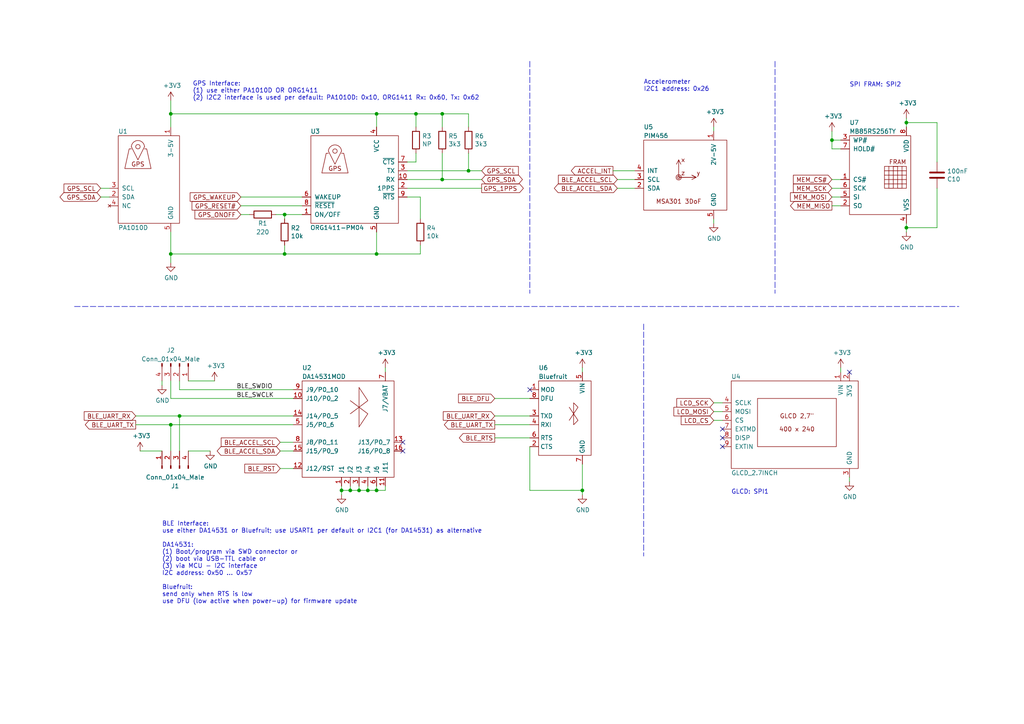
<source format=kicad_sch>
(kicad_sch (version 20211123) (generator eeschema)
  (paper "A4")
  (title_block (title "Speedcoach") (rev "v1") (company "Peter Horauer"))
  (lib_symbols
    (symbol "Device:C" (pin_numbers hide) (pin_names (offset 0.254))
      (property "Reference" "C" (at 0.635 2.54 0))
      (property "Value" "C" (at 0.635 -2.54 0))
      (symbol "C_0_1"
        (polyline (pts (xy -2.032 -0.762) (xy 2.032 -0.762)) (stroke (width 0.508)))
        (polyline (pts (xy -2.032 0.762) (xy 2.032 0.762)) (stroke (width 0.508)))
      )
      (symbol "C_1_1"
        (pin passive line (at 0 3.81 270) (length 2.794) (name "~") (number "1"))
        (pin passive line (at 0 -3.81 90) (length 2.794) (name "~") (number "2"))
      )
    )
    (symbol "Device:R" (pin_numbers hide) (pin_names (offset 0))
      (property "Reference" "R" (at 2.032 0 90))
      (property "Value" "R" (at 0 0 90))
      (symbol "R_0_1"
        (rectangle (start -1.016 -2.54) (end 1.016 2.54) (stroke (width 0.254)))
      )
      (symbol "R_1_1"
        (pin passive line (at 0 3.81 270) (length 1.27) (name "~") (number "1"))
        (pin passive line (at 0 -3.81 90) (length 1.27) (name "~") (number "2"))
      )
    )
    (symbol "power:+3V3" (power) (pin_names (offset 0))
      (property "Value" "+3V3" (at 0 3.556 0))
      (symbol "+3V3_0_1"
        (polyline (pts (xy -0.762 1.27) (xy 0 2.54)))
        (polyline (pts (xy 0 0) (xy 0 2.54)))
        (polyline (pts (xy 0 2.54) (xy 0.762 1.27)))
      )
      (symbol "+3V3_1_1"
        (pin power_in line (at 0 0 90) (length 0) hide (name "+3V3") (number "1"))
      )
    )
    (symbol "power:GND" (power) (pin_names (offset 0))
      (property "Value" "GND" (at 0 -3.81 0))
      (symbol "GND_0_1"
        (polyline (pts (xy 0 0) (xy 0 -1.27) (xy 1.27 -1.27) (xy 0 -2.54) (xy -1.27 -1.27) (xy 0 -1.27)))
      )
      (symbol "GND_1_1"
        (pin power_in line (at 0 0 270) (length 0) hide (name "GND") (number "1"))
      )
    )
    (symbol "speedcoach:Bluefruit"
      (property "Reference" "U" (at 3.81 20.32 0))
      (property "Value" "Bluefruit" (at 12.7 5.08 0))
      (symbol "Bluefruit_0_1"
        (polyline (pts (xy 11.43 11.43) (xy 13.97 7.62) (xy 12.7 6.35) (xy 12.7 12.7) (xy 13.97 11.43) (xy 11.43 7.62)))
        (rectangle (start 2.54 19.05) (end 17.78 -2.54))
      )
      (symbol "Bluefruit_1_1"
        (pin input line (at 0 16.51 0) (length 2.54) (name "MOD") (number "1"))
        (pin input line (at 0 0 0) (length 2.54) (name "CTS") (number "2"))
        (pin output line (at 0 8.89 0) (length 2.54) (name "TXD") (number "3"))
        (pin input line (at 0 6.35 0) (length 2.54) (name "RXI") (number "4"))
        (pin power_in line (at 15.24 21.59 270) (length 2.54) (name "VIN") (number "5"))
        (pin output line (at 0 2.54 0) (length 2.54) (name "RTS") (number "6"))
        (pin power_in line (at 15.24 -5.08 90) (length 2.54) (name "GND") (number "7"))
        (pin input line (at 0 13.97 0) (length 2.54) (name "DFU") (number "8"))
      )
    )
    (symbol "speedcoach:Conn_01x04_Male" (pin_names (offset 1.016) hide)
      (property "Reference" "J" (at 0 5.08 0))
      (property "Value" "Conn_01x04_Male" (at 0 -7.62 0))
      (symbol "Conn_01x04_Male_1_1"
        (polyline (pts (xy 1.27 -5.08) (xy 0.8636 -5.08)) (stroke (width 0.1524)))
        (polyline (pts (xy 1.27 -2.54) (xy 0.8636 -2.54)) (stroke (width 0.1524)))
        (polyline (pts (xy 1.27 0) (xy 0.8636 0)) (stroke (width 0.1524)))
        (polyline (pts (xy 1.27 2.54) (xy 0.8636 2.54)) (stroke (width 0.1524)))
        (rectangle (start 0.8636 -4.953) (end 0 -5.207) (stroke (width 0.1524)) (fill (type outline)))
        (rectangle (start 0.8636 -2.413) (end 0 -2.667) (stroke (width 0.1524)) (fill (type outline)))
        (rectangle (start 0.8636 0.127) (end 0 -0.127) (stroke (width 0.1524)) (fill (type outline)))
        (rectangle (start 0.8636 2.667) (end 0 2.413) (stroke (width 0.1524)) (fill (type outline)))
        (pin passive line (at 5.08 2.54 180) (length 3.81) (name "Pin_1") (number "1"))
        (pin passive line (at 5.08 0 180) (length 3.81) (name "Pin_2") (number "2"))
        (pin passive line (at 5.08 -2.54 180) (length 3.81) (name "Pin_3") (number "3"))
        (pin passive line (at 5.08 -5.08 180) (length 3.81) (name "Pin_4") (number "4"))
      )
    )
    (symbol "speedcoach:DA14531MOD" (pin_names (offset 1.016))
      (property "Reference" "U" (at 2.54 28.575 0))
      (property "Value" "DA14531MOD" (at 8.255 26.67 0))
      (symbol "DA14531MOD_0_1"
        (polyline (pts (xy 19.05 23.495) (xy 19.05 12.065)))
        (polyline (pts (xy 19.05 12.065) (xy 21.59 15.875) (xy 16.51 19.685)))
        (polyline (pts (xy 19.05 23.495) (xy 21.59 19.685) (xy 16.51 15.875)))
        (rectangle (start 2.54 25.4) (end 29.21 -2.54))
      )
      (symbol "DA14531MOD_1_1"
        (pin power_in line (at 13.97 -5.08 90) (length 2.54) (name "J1") (number "1"))
        (pin bidirectional line (at 0 20.32 0) (length 2.54) (name "J10/P0_2") (number "10"))
        (pin power_in line (at 26.67 -5.08 90) (length 2.54) (name "J11") (number "11"))
        (pin input line (at 0 0 0) (length 2.54) (name "J12/RST") (number "12"))
        (pin bidirectional line (at 31.75 7.62 180) (length 2.54) (name "J13/P0_7") (number "13"))
        (pin bidirectional line (at 0 15.24 0) (length 2.54) (name "J14/P0_5") (number "14"))
        (pin bidirectional line (at 0 5.08 0) (length 2.54) (name "J15/P0_9") (number "15"))
        (pin bidirectional line (at 31.75 5.08 180) (length 2.54) (name "J16/P0_8") (number "16"))
        (pin power_in line (at 16.51 -5.08 90) (length 2.54) (name "J2") (number "2"))
        (pin power_in line (at 19.05 -5.08 90) (length 2.54) (name "J3") (number "3"))
        (pin power_in line (at 21.59 -5.08 90) (length 2.54) (name "J4") (number "4"))
        (pin bidirectional line (at 0 12.7 0) (length 2.54) (name "J5/P0_6") (number "5"))
        (pin power_in line (at 24.13 -5.08 90) (length 2.54) (name "J6") (number "6"))
        (pin power_in line (at 26.67 27.94 270) (length 2.54) (name "J7/VBAT") (number "7"))
        (pin bidirectional line (at 0 7.62 0) (length 2.54) (name "J8/P0_11") (number "8"))
        (pin bidirectional line (at 0 22.86 0) (length 2.54) (name "J9/P0_10") (number "9"))
      )
    )
    (symbol "speedcoach:GLCD_2.7INCH" (pin_names (offset 1.016))
      (property "Reference" "U" (at 1.27 26.67 0))
      (property "Value" "GLCD_2.7INCH" (at 7.62 -1.27 0))
      (symbol "GLCD_2.7INCH_0_0"
        (rectangle (start 0 25.4) (end 36.83 0))
        (rectangle (start 7.62 20.32) (end 30.48 6.35))
        (text "400 x 240" (at 19.05 11.43 0) (effects (font (size 1.27 1.27))))
        (text "GLCD 2,7\"" (at 19.05 15.24 0) (effects (font (size 1.27 1.27))))
      )
      (symbol "GLCD_2.7INCH_1_1"
        (pin power_in line (at 31.75 27.94 270) (length 2.54) (name "VIN") (number "1"))
        (pin power_in line (at 34.29 27.94 270) (length 2.54) (name "3V3") (number "2"))
        (pin power_in line (at 34.29 -2.54 90) (length 2.54) (name "GND") (number "3"))
        (pin input line (at -2.54 19.05 0) (length 2.54) (name "SCLK") (number "4"))
        (pin input line (at -2.54 16.51 0) (length 2.54) (name "MOSI") (number "5"))
        (pin input line (at -2.54 13.97 0) (length 2.54) (name "CS") (number "6"))
        (pin input line (at -2.54 11.43 0) (length 2.54) (name "EXTMD") (number "7"))
        (pin input line (at -2.54 8.89 0) (length 2.54) (name "DISP") (number "8"))
        (pin input line (at -2.54 6.35 0) (length 2.54) (name "EXTIN") (number "9"))
      )
    )
    (symbol "speedcoach:MB85RS256TY" (pin_names (offset 1.016))
      (property "Reference" "U" (at 3.81 19.05 0))
      (property "Value" "MB85RS256TY" (at 8.89 -6.35 0))
      (symbol "MB85RS256TY_0_0"
        (text "FRAM" (at 16.51 10.16 0) (effects (font (size 1.27 1.27))))
      )
      (symbol "MB85RS256TY_0_1"
        (polyline (pts (xy 12.7 3.81) (xy 19.05 3.81)))
        (polyline (pts (xy 12.7 5.08) (xy 19.05 5.08)))
        (polyline (pts (xy 12.7 6.35) (xy 19.05 6.35)))
        (polyline (pts (xy 12.7 7.62) (xy 19.05 7.62)))
        (polyline (pts (xy 12.7 8.89) (xy 19.05 8.89) (xy 19.05 2.54) (xy 12.7 2.54) (xy 12.7 8.89)))
        (polyline (pts (xy 13.97 8.89) (xy 13.97 2.54) (xy 15.24 2.54) (xy 15.24 8.89) (xy 16.51 8.89) (xy 16.51 2.54) (xy 17.78 2.54) (xy 17.78 8.89)))
        (rectangle (start 2.54 17.78) (end 20.32 -5.08))
      )
      (symbol "MB85RS256TY_1_1"
        (pin input line (at 0 5.08 0) (length 2.54) (name "CS#") (number "1"))
        (pin input line (at 0 -2.54 0) (length 2.54) (name "SO") (number "2"))
        (pin input line (at 0 16.51 0) (length 2.54) (name "WP#") (number "3"))
        (pin power_in line (at 19.05 -7.62 90) (length 2.54) (name "VSS") (number "4"))
        (pin input line (at 0 0 0) (length 2.54) (name "SI") (number "5"))
        (pin input line (at 0 2.54 0) (length 2.54) (name "SCK") (number "6"))
        (pin input line (at 0 13.97 0) (length 2.54) (name "HOLD#") (number "7"))
        (pin power_in line (at 19.05 20.32 270) (length 2.54) (name "VDD") (number "8"))
      )
    )
    (symbol "speedcoach:ORG1411-PM04" (pin_names (offset 1.016))
      (property "Reference" "U" (at 3.81 24.13 0))
      (property "Value" "ORG1411-PM04" (at 11.43 -3.81 0))
      (symbol "ORG1411-PM04_0_0"
        (text "GPS" (at 9.525 13.335 0) (effects (font (size 1.27 1.27))))
      )
      (symbol "ORG1411-PM04_0_1"
        (polyline (pts (xy 7.62 18.415) (xy 9.525 14.605) (xy 11.43 18.415)))
        (polyline (pts (xy 7.62 17.78) (xy 6.985 17.78) (xy 5.715 12.065) (xy 13.335 12.065) (xy 12.065 17.78) (xy 11.43 17.78)))
        (rectangle (start 2.54 22.86) (end 27.94 -2.54))
        (circle (center 9.525 18.415) (radius 0.635))
        (arc (start 11.43 18.415) (mid 9.525 20.1972) (end 7.62 18.415))
      )
      (symbol "ORG1411-PM04_1_1"
        (pin input line (at 0 0 0) (length 2.54) (name "ON/OFF") (number "1"))
        (pin bidirectional line (at 30.48 10.16 180) (length 2.54) (name "RX") (number "10"))
        (pin output line (at 30.48 7.62 180) (length 2.54) (name "1PPS") (number "2"))
        (pin bidirectional line (at 30.48 12.7 180) (length 2.54) (name "TX") (number "3"))
        (pin power_in line (at 21.59 25.4 270) (length 2.54) (name "VCC") (number "4"))
        (pin power_in line (at 21.59 -5.08 90) (length 2.54) (name "GND") (number "5"))
        (pin input line (at 0 5.08 0) (length 2.54) (name "WAKEUP") (number "6"))
        (pin bidirectional line (at 30.48 15.24 180) (length 2.54) (name "~{CTS}") (number "7"))
        (pin input line (at 0 2.54 0) (length 2.54) (name "~{RESET}") (number "8"))
        (pin bidirectional line (at 30.48 5.08 180) (length 2.54) (name "~{RTS}") (number "9"))
      )
    )
    (symbol "speedcoach:PA1010D" (pin_names (offset 1.016))
      (property "Reference" "U" (at 3.81 19.05 0))
      (property "Value" "PA1010D" (at 6.35 -8.89 0))
      (symbol "PA1010D_0_0"
        (rectangle (start 2.54 -7.62) (end 20.32 17.78))
      )
      (symbol "PA1010D_1_1"
        (polyline (pts (xy 6.35 14.605) (xy 8.255 10.795) (xy 10.16 14.605)))
        (polyline (pts (xy 6.35 13.97) (xy 5.715 13.97) (xy 4.445 8.255) (xy 12.065 8.255) (xy 10.795 13.97) (xy 10.16 13.97)))
        (circle (center 8.255 14.605) (radius 0.635))
        (arc (start 10.16 14.605) (mid 8.255 16.3872) (end 6.35 14.605))
        (text "GPS" (at 8.255 9.525 0) (effects (font (size 1.27 1.27))))
        (pin power_in line (at 17.78 20.32 270) (length 2.54) (name "3-5V") (number "1"))
        (pin bidirectional line (at 0 0 0) (length 2.54) (name "SDA") (number "2"))
        (pin input line (at 0 2.54 0) (length 2.54) (name "SCL") (number "3"))
        (pin no_connect line (at 0 -2.54 0) (length 2.54) (name "NC") (number "4"))
        (pin power_in line (at 17.78 -10.16 90) (length 2.54) (name "GND") (number "5"))
      )
    )
    (symbol "speedcoach:PIM456" (pin_names (offset 1.016))
      (property "Reference" "U" (at 3.81 15.24 0))
      (property "Value" "PIM456" (at 6.35 -7.62 0))
      (symbol "PIM456_0_0"
        (polyline (pts (xy 12.7 8.255) (xy 13.335 6.985)))
        (polyline (pts (xy 17.78 3.175) (xy 16.51 2.54)))
        (polyline (pts (xy 12.7 3.175) (xy 12.7 8.255) (xy 12.065 6.985)))
        (polyline (pts (xy 12.7 3.175) (xy 17.78 3.175) (xy 16.51 3.81)))
        (polyline (pts (xy 12.7 3.175) (xy 17.78 3.175) (xy 16.51 3.81)))
        (circle (center 12.7 3.175) (radius 0.4064))
        (circle (center 12.7 3.175) (radius 0.762))
        (text "MSA301 3DoF" (at 12.7 -3.81 0) (effects (font (size 1.27 1.27))))
        (text "x" (at 13.97 8.255 0) (effects (font (size 1.27 1.27))))
        (text "y" (at 18.415 4.445 0) (effects (font (size 1.27 1.27))))
        (text "z" (at 13.97 4.445 0) (effects (font (size 1.27 1.27))))
      )
      (symbol "PIM456_0_1"
        (rectangle (start 12.7 6.35) (end 12.7 6.35))
        (rectangle (start 26.67 13.97) (end 2.54 -6.35))
      )
      (symbol "PIM456_1_1"
        (pin power_in line (at 22.86 16.51 270) (length 2.54) (name "2V-5V") (number "1"))
        (pin bidirectional line (at 0 0 0) (length 2.54) (name "SDA") (number "2"))
        (pin input line (at 0 2.54 0) (length 2.54) (name "SCL") (number "3"))
        (pin output line (at 0 5.08 0) (length 2.54) (name "INT") (number "4"))
        (pin power_in line (at 22.86 -8.89 90) (length 2.54) (name "GND") (number "5"))
      )
    )
  )
  (junction (at 82.55 73.66))
  (junction (at 109.22 73.66))
  (junction (at 49.53 33.02))
  (junction (at 104.14 142.24))
  (junction (at 262.89 66.04))
  (junction (at 109.22 142.24))
  (junction (at 109.22 33.02))
  (junction (at 99.06 142.24))
  (junction (at 128.27 33.02))
  (junction (at 120.65 33.02))
  (junction (at 241.3 40.64))
  (junction (at 168.91 142.24))
  (junction (at 135.89 49.53))
  (junction (at 101.6 142.24))
  (junction (at 49.53 73.66))
  (junction (at 106.68 142.24))
  (junction (at 128.27 52.07))
  (junction (at 262.89 35.56))
  (junction (at 82.55 62.23))
  (junction (at 49.53 123.19))
  (junction (at 52.07 120.65))
  (no_connect (at 209.55 124.46))
  (no_connect (at 246.38 107.95))
  (no_connect (at 116.84 128.27))
  (no_connect (at 209.55 127))
  (no_connect (at 116.84 130.81))
  (no_connect (at 153.67 113.03))
  (no_connect (at 209.55 129.54))
  (wire (pts (xy 109.22 142.24) (xy 109.22 140.97)))
  (wire (pts (xy 207.01 121.92) (xy 209.55 121.92)))
  (wire (pts (xy 49.53 123.19) (xy 49.53 130.81)))
  (wire (pts (xy 69.85 59.69) (xy 87.63 59.69)))
  (wire (pts (xy 49.53 115.57) (xy 85.09 115.57)))
  (wire (pts (xy 271.78 35.56) (xy 271.78 46.99)))
  (wire (pts (xy 143.51 115.57) (xy 153.67 115.57)))
  (wire (pts (xy 120.65 33.02) (xy 109.22 33.02)))
  (wire (pts (xy 120.65 36.83) (xy 120.65 33.02)))
  (wire (pts (xy 81.28 128.27) (xy 85.09 128.27)))
  (wire (pts (xy 49.53 110.49) (xy 49.53 115.57)))
  (wire (pts (xy 177.8 49.53) (xy 184.15 49.53)))
  (wire (pts (xy 109.22 36.83) (xy 109.22 33.02)))
  (wire (pts (xy 143.51 120.65) (xy 153.67 120.65)))
  (wire (pts (xy 40.64 130.81) (xy 46.99 130.81)))
  (wire (pts (xy 54.61 130.81) (xy 60.96 130.81)))
  (wire (pts (xy 207.01 38.1) (xy 207.01 36.83)))
  (wire (pts (xy 82.55 63.5) (xy 82.55 62.23)))
  (wire (pts (xy 111.76 107.95) (xy 111.76 106.68)))
  (wire (pts (xy 99.06 143.51) (xy 99.06 142.24)))
  (wire (pts (xy 128.27 52.07) (xy 118.11 52.07)))
  (wire (pts (xy 207.01 64.77) (xy 207.01 63.5)))
  (wire (pts (xy 109.22 142.24) (xy 111.76 142.24)))
  (wire (pts (xy 139.7 54.61) (xy 118.11 54.61)))
  (wire (pts (xy 52.07 120.65) (xy 52.07 130.81)))
  (wire (pts (xy 118.11 57.15) (xy 121.92 57.15)))
  (wire (pts (xy 120.65 46.99) (xy 120.65 44.45)))
  (wire (pts (xy 207.01 116.84) (xy 209.55 116.84)))
  (wire (pts (xy 179.07 52.07) (xy 184.15 52.07)))
  (wire (pts (xy 52.07 113.03) (xy 85.09 113.03)))
  (wire (pts (xy 82.55 73.66) (xy 109.22 73.66)))
  (wire (pts (xy 241.3 43.18) (xy 243.84 43.18)))
  (wire (pts (xy 241.3 40.64) (xy 241.3 43.18)))
  (polyline (pts (xy 186.69 93.98) (xy 186.69 161.29)))
  (wire (pts (xy 99.06 142.24) (xy 101.6 142.24)))
  (wire (pts (xy 109.22 33.02) (xy 49.53 33.02)))
  (wire (pts (xy 168.91 142.24) (xy 168.91 143.51)))
  (wire (pts (xy 262.89 64.77) (xy 262.89 66.04)))
  (wire (pts (xy 271.78 66.04) (xy 262.89 66.04)))
  (wire (pts (xy 153.67 142.24) (xy 168.91 142.24)))
  (wire (pts (xy 49.53 73.66) (xy 49.53 67.31)))
  (wire (pts (xy 241.3 57.15) (xy 243.84 57.15)))
  (wire (pts (xy 46.99 111.76) (xy 46.99 110.49)))
  (wire (pts (xy 49.53 33.02) (xy 49.53 29.21)))
  (wire (pts (xy 243.84 107.95) (xy 243.84 106.68)))
  (wire (pts (xy 241.3 52.07) (xy 243.84 52.07)))
  (wire (pts (xy 262.89 34.29) (xy 262.89 35.56)))
  (wire (pts (xy 69.85 57.15) (xy 87.63 57.15)))
  (wire (pts (xy 241.3 54.61) (xy 243.84 54.61)))
  (wire (pts (xy 128.27 33.02) (xy 128.27 36.83)))
  (polyline (pts (xy 153.67 17.78) (xy 153.67 85.09)))
  (wire (pts (xy 82.55 71.12) (xy 82.55 73.66)))
  (wire (pts (xy 49.53 76.2) (xy 49.53 73.66)))
  (wire (pts (xy 106.68 142.24) (xy 106.68 140.97)))
  (wire (pts (xy 143.51 127) (xy 153.67 127)))
  (wire (pts (xy 39.37 120.65) (xy 52.07 120.65)))
  (wire (pts (xy 82.55 62.23) (xy 87.63 62.23)))
  (polyline (pts (xy 224.79 17.78) (xy 224.79 85.09)))
  (wire (pts (xy 241.3 40.64) (xy 243.84 40.64)))
  (wire (pts (xy 106.68 142.24) (xy 109.22 142.24)))
  (wire (pts (xy 81.28 130.81) (xy 85.09 130.81)))
  (wire (pts (xy 121.92 71.12) (xy 121.92 73.66)))
  (wire (pts (xy 29.21 57.15) (xy 31.75 57.15)))
  (wire (pts (xy 101.6 142.24) (xy 101.6 140.97)))
  (wire (pts (xy 82.55 73.66) (xy 49.53 73.66)))
  (wire (pts (xy 128.27 33.02) (xy 120.65 33.02)))
  (wire (pts (xy 39.37 123.19) (xy 49.53 123.19)))
  (wire (pts (xy 241.3 38.1) (xy 241.3 40.64)))
  (wire (pts (xy 99.06 142.24) (xy 99.06 140.97)))
  (wire (pts (xy 153.67 129.54) (xy 153.67 142.24)))
  (wire (pts (xy 82.55 62.23) (xy 80.01 62.23)))
  (wire (pts (xy 271.78 54.61) (xy 271.78 66.04)))
  (wire (pts (xy 52.07 110.49) (xy 52.07 113.03)))
  (wire (pts (xy 168.91 106.68) (xy 168.91 107.95)))
  (wire (pts (xy 135.89 49.53) (xy 139.7 49.53)))
  (wire (pts (xy 54.61 110.49) (xy 62.23 110.49)))
  (wire (pts (xy 121.92 57.15) (xy 121.92 63.5)))
  (wire (pts (xy 184.15 54.61) (xy 179.07 54.61)))
  (wire (pts (xy 104.14 142.24) (xy 106.68 142.24)))
  (wire (pts (xy 143.51 123.19) (xy 153.67 123.19)))
  (wire (pts (xy 29.21 54.61) (xy 31.75 54.61)))
  (wire (pts (xy 118.11 49.53) (xy 135.89 49.53)))
  (wire (pts (xy 262.89 35.56) (xy 271.78 35.56)))
  (wire (pts (xy 262.89 35.56) (xy 262.89 36.83)))
  (wire (pts (xy 52.07 120.65) (xy 85.09 120.65)))
  (wire (pts (xy 72.39 62.23) (xy 69.85 62.23)))
  (wire (pts (xy 128.27 52.07) (xy 139.7 52.07)))
  (wire (pts (xy 128.27 44.45) (xy 128.27 52.07)))
  (wire (pts (xy 168.91 134.62) (xy 168.91 142.24)))
  (wire (pts (xy 135.89 33.02) (xy 135.89 36.83)))
  (wire (pts (xy 109.22 67.31) (xy 109.22 73.66)))
  (polyline (pts (xy 21.59 88.9) (xy 278.13 88.9)))
  (wire (pts (xy 128.27 33.02) (xy 135.89 33.02)))
  (wire (pts (xy 121.92 73.66) (xy 109.22 73.66)))
  (wire (pts (xy 81.28 135.89) (xy 85.09 135.89)))
  (wire (pts (xy 262.89 66.04) (xy 262.89 67.31)))
  (wire (pts (xy 111.76 142.24) (xy 111.76 140.97)))
  (wire (pts (xy 135.89 44.45) (xy 135.89 49.53)))
  (wire (pts (xy 101.6 142.24) (xy 104.14 142.24)))
  (wire (pts (xy 49.53 36.83) (xy 49.53 33.02)))
  (wire (pts (xy 104.14 142.24) (xy 104.14 140.97)))
  (wire (pts (xy 246.38 139.7) (xy 246.38 138.43)))
  (wire (pts (xy 241.3 59.69) (xy 243.84 59.69)))
  (wire (pts (xy 49.53 123.19) (xy 85.09 123.19)))
  (wire (pts (xy 209.55 119.38) (xy 207.01 119.38)))
  (wire (pts (xy 118.11 46.99) (xy 120.65 46.99)))
  (text "Accelerometer\nI2C1 address: 0x26" (at 186.69 26.67 0) (effects (font (size 1.27 1.27)) (justify left bottom)))
  (text "SPI FRAM: SPI2" (at 246.38 25.4 0) (effects (font (size 1.27 1.27)) (justify left bottom)))
  (text "GLCD: SPI1" (at 212.09 143.51 0) (effects (font (size 1.27 1.27)) (justify left bottom)))
  (text "GPS Interface:\n(1) use either PA1010D OR ORG1411\n(2) I2C2 interface is used per default: PA1010D: 0x10, ORG1411 Rx: 0x60, Tx: 0x62" (at 55.88 29.21 0) (effects (font (size 1.27 1.27)) (justify left bottom)))
  (text "BLE Interface:\nuse either DA14531 or Bluefruit; use USART1 per default or I2C1 (for DA14531) as alternative\n\nDA14531:\n(1) Boot/program via SWD connector or\n(2) boot via USB-TTL cable or\n(3) via MCU - I2C interface\nI2C address: 0x50 ... 0x57\n\nBluefruit:\nsend only when RTS is low\nuse DFU (low active when power-up) for firmware update" (at 46.99 175.26 0) (effects (font (size 1.27 1.27)) (justify left bottom)))
  (label "BLE_SWDIO" (at 68.58 113.03 0))
  (label "BLE_SWCLK" (at 68.58 115.57 0))
  (global_label "BLE_ACCEL_SCL" (shape input) (at 81.28 128.27 180) (property "Intersheetrefs" "${INTERSHEET_REFS}" (effects hide)))
  (global_label "GPS_ONOFF" (shape input) (at 69.85 62.23 180) (property "Intersheetrefs" "${INTERSHEET_REFS}" (at 0 0 0)))
  (global_label "LCD_CS" (shape input) (at 207.01 121.92 180) (property "Intersheetrefs" "${INTERSHEET_REFS}" (at 53.34 -1.27 0)))
  (global_label "BLE_UART_RX" (shape input) (at 143.51 120.65 180) (property "Intersheetrefs" "${INTERSHEET_REFS}" (at 104.14 0 0)))
  (global_label "GPS_RESET#" (shape input) (at 69.85 59.69 180) (property "Intersheetrefs" "${INTERSHEET_REFS}" (at 0 0 0)))
  (global_label "MEM_SCK" (shape input) (at 241.3 54.61 180) (property "Intersheetrefs" "${INTERSHEET_REFS}" (effects hide)))
  (global_label "MEM_MOSI" (shape input) (at 241.3 57.15 180) (property "Intersheetrefs" "${INTERSHEET_REFS}" (effects hide)))
  (global_label "BLE_UART_TX" (shape output) (at 143.51 123.19 180) (property "Intersheetrefs" "${INTERSHEET_REFS}" (at 104.14 0 0)))
  (global_label "GPS_1PPS" (shape output) (at 139.7 54.61 0) (property "Intersheetrefs" "${INTERSHEET_REFS}" (at 0 0 0)))
  (global_label "BLE_UART_RX" (shape input) (at 39.37 120.65 180) (property "Intersheetrefs" "${INTERSHEET_REFS}" (at 0 0 0)))
  (global_label "ACCEL_INT" (shape output) (at 177.8 49.53 180) (property "Intersheetrefs" "${INTERSHEET_REFS}" (effects hide)))
  (global_label "MEM_CS#" (shape input) (at 241.3 52.07 180) (property "Intersheetrefs" "${INTERSHEET_REFS}" (effects hide)))
  (global_label "GPS_SCL" (shape input) (at 139.7 49.53 0) (property "Intersheetrefs" "${INTERSHEET_REFS}" (at 0 0 0)))
  (global_label "LCD_MOSI" (shape input) (at 207.01 119.38 180) (property "Intersheetrefs" "${INTERSHEET_REFS}" (at 53.34 -1.27 0)))
  (global_label "BLE_DFU" (shape input) (at 143.51 115.57 180) (property "Intersheetrefs" "${INTERSHEET_REFS}" (effects hide)))
  (global_label "BLE_UART_TX" (shape output) (at 39.37 123.19 180) (property "Intersheetrefs" "${INTERSHEET_REFS}" (at 0 0 0)))
  (global_label "BLE_ACCEL_SDA" (shape bidirectional) (at 81.28 130.81 180) (property "Intersheetrefs" "${INTERSHEET_REFS}" (effects hide)))
  (global_label "BLE_ACCEL_SDA" (shape bidirectional) (at 179.07 54.61 180) (property "Intersheetrefs" "${INTERSHEET_REFS}" (effects hide)))
  (global_label "BLE_RTS" (shape output) (at 143.51 127 180) (property "Intersheetrefs" "${INTERSHEET_REFS}" (effects hide)))
  (global_label "GPS_SDA" (shape bidirectional) (at 139.7 52.07 0) (property "Intersheetrefs" "${INTERSHEET_REFS}" (at 0 0 0)))
  (global_label "GPS_SDA" (shape bidirectional) (at 29.21 57.15 180) (property "Intersheetrefs" "${INTERSHEET_REFS}" (at 0 0 0)))
  (global_label "MEM_MISO" (shape output) (at 241.3 59.69 180) (property "Intersheetrefs" "${INTERSHEET_REFS}" (effects hide)))
  (global_label "GPS_SCL" (shape input) (at 29.21 54.61 180) (property "Intersheetrefs" "${INTERSHEET_REFS}" (at 0 0 0)))
  (global_label "LCD_SCK" (shape input) (at 207.01 116.84 180) (property "Intersheetrefs" "${INTERSHEET_REFS}" (at 53.34 -1.27 0)))
  (global_label "GPS_WAKEUP" (shape input) (at 69.85 57.15 180) (property "Intersheetrefs" "${INTERSHEET_REFS}" (at 0 0 0)))
  (global_label "BLE_ACCEL_SCL" (shape input) (at 179.07 52.07 180) (property "Intersheetrefs" "${INTERSHEET_REFS}" (effects hide)))
  (global_label "BLE_RST" (shape input) (at 81.28 135.89 180) (property "Intersheetrefs" "${INTERSHEET_REFS}" (at 3.81 0 0)))
  (symbol (lib_id "power:GND") (at 262.89 67.31 0) (unit 1)
    (property "Reference" "#PWR030" (effects hide))
    (property "Value" "GND" (at 263.017 71.7042 0))
  )
  (symbol (lib_id "power:+3V3") (at 262.89 34.29 0) (unit 1)
    (property "Reference" "#PWR029" (effects hide))
    (property "Value" "+3V3" (at 263.271 29.8958 0))
  )
  (symbol (lib_id "power:+3V3") (at 241.3 38.1 0) (unit 1)
    (property "Reference" "#PWR028" (effects hide))
    (property "Value" "+3V3" (at 241.681 33.7058 0))
  )
  (symbol (lib_id "speedcoach:PA1010D") (at 31.75 57.15 0) (unit 1)
    (property "Reference" "U1" (at 34.29 38.1 0) (effects (justify left)))
    (property "Value" "PA1010D" (at 34.29 66.04 0) (effects (justify left)))
    (property "Footprint" "speedcoach:PA1010D_WH" (effects hide))
    (property "Datasheet" "https://shop.pimoroni.com/products/pa1010d-gps-breakout" (effects hide))
  )
  (symbol (lib_id "power:+3V3") (at 49.53 29.21 0) (unit 1)
    (property "Reference" "#PWR03" (effects hide))
    (property "Value" "+3V3" (at 49.911 24.8158 0))
  )
  (symbol (lib_id "Device:R") (at 76.2 62.23 270) (unit 1)
    (property "Reference" "R1" (at 76.2 64.77 90))
    (property "Value" "220" (at 76.2 67.31 90))
    (property "Footprint" "Resistor_SMD:R_0805_2012Metric" (effects hide))
  )
  (symbol (lib_id "Device:R") (at 82.55 67.31 0) (unit 1)
    (property "Reference" "R2" (at 84.328 66.1416 0) (effects (justify left)))
    (property "Value" "10k" (at 84.328 68.453 0) (effects (justify left)))
    (property "Footprint" "Resistor_SMD:R_0805_2012Metric" (effects hide))
  )
  (symbol (lib_id "power:GND") (at 49.53 76.2 0) (unit 1)
    (property "Reference" "#PWR04" (effects hide))
    (property "Value" "GND" (at 49.657 80.5942 0))
  )
  (symbol (lib_id "Device:R") (at 135.89 40.64 0) (unit 1)
    (property "Reference" "R6" (at 137.668 39.4716 0) (effects (justify left)))
    (property "Value" "3k3" (at 137.668 41.783 0) (effects (justify left)))
    (property "Footprint" "Resistor_SMD:R_0805_2012Metric" (effects hide))
  )
  (symbol (lib_id "Device:R") (at 128.27 40.64 0) (unit 1)
    (property "Reference" "R5" (at 130.048 39.4716 0) (effects (justify left)))
    (property "Value" "3k3" (at 130.048 41.783 0) (effects (justify left)))
    (property "Footprint" "Resistor_SMD:R_0805_2012Metric" (effects hide))
  )
  (symbol (lib_id "Device:R") (at 121.92 67.31 0) (unit 1)
    (property "Reference" "R4" (at 123.698 66.1416 0) (effects (justify left)))
    (property "Value" "10k" (at 123.698 68.453 0) (effects (justify left)))
    (property "Footprint" "Resistor_SMD:R_0805_2012Metric" (effects hide))
  )
  (symbol (lib_id "Device:R") (at 120.65 40.64 0) (unit 1)
    (property "Reference" "R3" (at 122.428 39.4716 0) (effects (justify left)))
    (property "Value" "NP" (at 122.428 41.783 0) (effects (justify left)))
    (property "Footprint" "Resistor_SMD:R_0805_2012Metric" (effects hide))
  )
  (symbol (lib_id "speedcoach:ORG1411-PM04") (at 87.63 62.23 0) (unit 1)
    (property "Reference" "U3" (at 91.44 38.1 0))
    (property "Value" "ORG1411-PM04" (at 97.79 66.04 0))
    (property "Footprint" "speedcoach:ORG1411" (effects hide))
    (property "Datasheet" "https://origingps.com/wp-content/uploads/2021/01/Nano-Hornet-ORG1411-Datasheet-Rev-4.5.pdf" (effects hide))
  )
  (symbol (lib_id "power:GND") (at 207.01 64.77 0) (unit 1)
    (property "Reference" "#PWR012" (effects hide))
    (property "Value" "GND" (at 207.137 69.1642 0))
  )
  (symbol (lib_id "power:+3V3") (at 207.01 36.83 0) (unit 1)
    (property "Reference" "#PWR011" (effects hide))
    (property "Value" "+3V3" (at 207.391 32.4358 0))
  )
  (symbol (lib_id "power:GND") (at 99.06 143.51 0) (unit 1)
    (property "Reference" "#PWR07" (effects hide))
    (property "Value" "GND" (at 99.187 147.9042 0))
  )
  (symbol (lib_id "power:+3V3") (at 111.76 106.68 0) (unit 1)
    (property "Reference" "#PWR08" (effects hide))
    (property "Value" "+3V3" (at 112.141 102.2858 0))
  )
  (symbol (lib_id "power:GND") (at 46.99 111.76 0) (unit 1)
    (property "Reference" "#PWR02" (effects hide))
    (property "Value" "GND" (at 47.117 116.1542 0))
  )
  (symbol (lib_id "power:+3V3") (at 62.23 110.49 0) (unit 1)
    (property "Reference" "#PWR06" (effects hide))
    (property "Value" "+3V3" (at 62.611 106.0958 0))
  )
  (symbol (lib_id "speedcoach:Conn_01x04_Male") (at 52.07 105.41 270) (unit 1)
    (property "Reference" "J2" (at 49.53 101.6 90))
    (property "Value" "Conn_01x04_Male" (at 49.53 104.14 90))
    (property "Footprint" "Connector_PinHeader_2.54mm:PinHeader_1x04_P2.54mm_Vertical" (effects hide))
  )
  (symbol (lib_id "speedcoach:Conn_01x04_Male") (at 49.53 135.89 90) (unit 1)
    (property "Reference" "J1" (at 50.8 140.97 90))
    (property "Value" "Conn_01x04_Male" (at 50.8 138.43 90))
    (property "Footprint" "Connector_PinHeader_2.54mm:PinHeader_1x04_P2.54mm_Vertical" (effects hide))
  )
  (symbol (lib_id "power:+3V3") (at 40.64 130.81 0) (unit 1)
    (property "Reference" "#PWR01" (effects hide))
    (property "Value" "+3V3" (at 41.021 126.4158 0))
  )
  (symbol (lib_id "power:GND") (at 60.96 130.81 0) (unit 1)
    (property "Reference" "#PWR05" (effects hide))
    (property "Value" "GND" (at 61.087 135.2042 0))
  )
  (symbol (lib_id "speedcoach:GLCD_2.7INCH") (at 212.09 135.89 0) (unit 1)
    (property "Reference" "U4" (at 212.09 109.22 0) (effects (justify left)))
    (property "Value" "GLCD_2.7INCH" (at 212.09 137.16 0) (effects (justify left)))
    (property "Footprint" "speedcoach:SHARP_DISPLAY_400x240" (effects hide))
    (property "Datasheet" "https://learn.adafruit.com/adafruit-sharp-memory-display-breakout/display-bad-apple-example" (effects hide))
  )
  (symbol (lib_id "power:GND") (at 246.38 139.7 0) (unit 1)
    (property "Reference" "#PWR010" (effects hide))
    (property "Value" "GND" (at 246.507 144.0942 0))
  )
  (symbol (lib_id "power:+3V3") (at 243.84 106.68 0) (unit 1)
    (property "Reference" "#PWR09" (effects hide))
    (property "Value" "+3V3" (at 244.221 102.2858 0))
  )
  (symbol (lib_id "speedcoach:DA14531MOD") (at 85.09 135.89 0) (unit 1)
    (property "Reference" "U2" (at 87.63 106.68 0) (effects (justify left)))
    (property "Value" "DA14531MOD" (at 87.63 109.22 0) (effects (justify left)))
    (property "Footprint" "speedcoach:DA14531MOD-00F01002" (effects hide))
    (property "Datasheet" "https://www.dialog-semiconductor.com/sites/default/files/2020-12/da14531mod_datasheet_v2.3.pdf" (effects hide))
  )
  (symbol (lib_id "speedcoach:MB85RS256TY") (at 243.84 57.15 0) (unit 1)
    (property "Reference" "U7" (at 246.38 35.56 0) (effects (justify left)))
    (property "Value" "MB85RS256TY" (at 246.38 38.1 0) (effects (justify left)))
    (property "Footprint" "Package_SO:SOP-8_3.9x4.9mm_P1.27mm" (effects hide))
    (property "Datasheet" "https://www.fujitsu.com/uk/Images/MB85RS256TY-Industrial.pdf" (effects hide))
  )
  (symbol (lib_id "speedcoach:PIM456") (at 184.15 54.61 0) (unit 1)
    (property "Reference" "U5" (at 186.69 36.83 0) (effects (justify left)))
    (property "Value" "PIM456" (at 186.69 39.37 0) (effects (justify left)))
    (property "Footprint" "speedcoach:PIM456_WH" (effects hide))
    (property "Datasheet" "https://shop.pimoroni.com/products/msa301-3dof-motion-sensor-breakout" (effects hide))
  )
  (symbol (lib_id "power:GND") (at 168.91 143.51 0) (unit 1)
    (property "Reference" "#PWR014" (effects hide))
    (property "Value" "GND" (at 169.037 147.9042 0))
  )
  (symbol (lib_id "power:+3V3") (at 168.91 106.68 0) (unit 1)
    (property "Reference" "#PWR013" (effects hide))
    (property "Value" "+3V3" (at 169.291 102.2858 0))
  )
  (symbol (lib_id "speedcoach:Bluefruit") (at 153.67 129.54 0) (unit 1)
    (property "Reference" "U6" (at 156.21 106.68 0) (effects (justify left)))
    (property "Value" "Bluefruit" (at 156.21 109.22 0) (effects (justify left)))
    (property "Footprint" "speedcoach:Bluefruit_WH" (effects hide))
    (property "Datasheet" "https://learn.adafruit.com/introducing-the-adafruit-bluefruit-le-uart-friend/introduction" (effects hide))
  )
  (symbol (lib_id "Device:C") (at 271.78 50.8 0) (mirror y) (unit 1)
    (property "Reference" "C10" (at 274.6756 51.9684 0) (effects (justify right)))
    (property "Value" "100nF" (at 274.6756 49.657 0) (effects (justify right)))
    (property "Footprint" "Capacitor_SMD:C_0805_2012Metric" (effects hide))
  )
)
</source>
